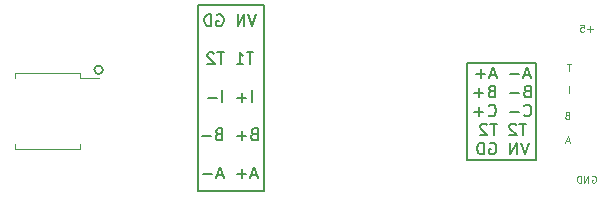
<source format=gbr>
%TF.GenerationSoftware,KiCad,Pcbnew,(6.0.7-1)-1*%
%TF.CreationDate,2022-11-03T17:35:00-04:00*%
%TF.ProjectId,encoder_driver,656e636f-6465-4725-9f64-72697665722e,rev?*%
%TF.SameCoordinates,Original*%
%TF.FileFunction,Legend,Bot*%
%TF.FilePolarity,Positive*%
%FSLAX46Y46*%
G04 Gerber Fmt 4.6, Leading zero omitted, Abs format (unit mm)*
G04 Created by KiCad (PCBNEW (6.0.7-1)-1) date 2022-11-03 17:35:00*
%MOMM*%
%LPD*%
G01*
G04 APERTURE LIST*
%ADD10C,0.150000*%
%ADD11C,0.100000*%
%ADD12C,0.120000*%
G04 APERTURE END LIST*
D10*
X106260555Y-72700000D02*
G75*
G03*
X106260555Y-72700000I-360555J0D01*
G01*
D11*
X145457142Y-78700000D02*
X145742857Y-78700000D01*
X145400000Y-78871428D02*
X145600000Y-78271428D01*
X145800000Y-78871428D01*
X145528571Y-72171428D02*
X145871428Y-72171428D01*
X145700000Y-72771428D02*
X145700000Y-72171428D01*
X147714285Y-69242857D02*
X147257142Y-69242857D01*
X147485714Y-69471428D02*
X147485714Y-69014285D01*
X146685714Y-68871428D02*
X146971428Y-68871428D01*
X147000000Y-69157142D01*
X146971428Y-69128571D01*
X146914285Y-69100000D01*
X146771428Y-69100000D01*
X146714285Y-69128571D01*
X146685714Y-69157142D01*
X146657142Y-69214285D01*
X146657142Y-69357142D01*
X146685714Y-69414285D01*
X146714285Y-69442857D01*
X146771428Y-69471428D01*
X146914285Y-69471428D01*
X146971428Y-69442857D01*
X147000000Y-69414285D01*
X145700000Y-74671428D02*
X145700000Y-74071428D01*
X147657142Y-81700000D02*
X147714285Y-81671428D01*
X147800000Y-81671428D01*
X147885714Y-81700000D01*
X147942857Y-81757142D01*
X147971428Y-81814285D01*
X148000000Y-81928571D01*
X148000000Y-82014285D01*
X147971428Y-82128571D01*
X147942857Y-82185714D01*
X147885714Y-82242857D01*
X147800000Y-82271428D01*
X147742857Y-82271428D01*
X147657142Y-82242857D01*
X147628571Y-82214285D01*
X147628571Y-82014285D01*
X147742857Y-82014285D01*
X147371428Y-82271428D02*
X147371428Y-81671428D01*
X147028571Y-82271428D01*
X147028571Y-81671428D01*
X146742857Y-82271428D02*
X146742857Y-81671428D01*
X146600000Y-81671428D01*
X146514285Y-81700000D01*
X146457142Y-81757142D01*
X146428571Y-81814285D01*
X146400000Y-81928571D01*
X146400000Y-82014285D01*
X146428571Y-82128571D01*
X146457142Y-82185714D01*
X146514285Y-82242857D01*
X146600000Y-82271428D01*
X146742857Y-82271428D01*
X145557142Y-76557142D02*
X145471428Y-76585714D01*
X145442857Y-76614285D01*
X145414285Y-76671428D01*
X145414285Y-76757142D01*
X145442857Y-76814285D01*
X145471428Y-76842857D01*
X145528571Y-76871428D01*
X145757142Y-76871428D01*
X145757142Y-76271428D01*
X145557142Y-76271428D01*
X145500000Y-76300000D01*
X145471428Y-76328571D01*
X145442857Y-76385714D01*
X145442857Y-76442857D01*
X145471428Y-76500000D01*
X145500000Y-76528571D01*
X145557142Y-76557142D01*
X145757142Y-76557142D01*
D10*
X114300000Y-83000000D02*
X119900000Y-83000000D01*
X119900000Y-83000000D02*
X119900000Y-67250000D01*
X119900000Y-67250000D02*
X114300000Y-67250000D01*
X114300000Y-67250000D02*
X114300000Y-83000000D01*
X142900000Y-72100000D02*
X137100000Y-72100000D01*
X137100000Y-72100000D02*
X137100000Y-80300000D01*
X137100000Y-80300000D02*
X142900000Y-80300000D01*
X142900000Y-80300000D02*
X142900000Y-72100000D01*
X142385714Y-73146666D02*
X141909523Y-73146666D01*
X142480952Y-73432380D02*
X142147619Y-72432380D01*
X141814285Y-73432380D01*
X141480952Y-73051428D02*
X140719047Y-73051428D01*
X139528571Y-73146666D02*
X139052380Y-73146666D01*
X139623809Y-73432380D02*
X139290476Y-72432380D01*
X138957142Y-73432380D01*
X138623809Y-73051428D02*
X137861904Y-73051428D01*
X138242857Y-73432380D02*
X138242857Y-72670476D01*
X142147619Y-74518571D02*
X142004761Y-74566190D01*
X141957142Y-74613809D01*
X141909523Y-74709047D01*
X141909523Y-74851904D01*
X141957142Y-74947142D01*
X142004761Y-74994761D01*
X142100000Y-75042380D01*
X142480952Y-75042380D01*
X142480952Y-74042380D01*
X142147619Y-74042380D01*
X142052380Y-74090000D01*
X142004761Y-74137619D01*
X141957142Y-74232857D01*
X141957142Y-74328095D01*
X142004761Y-74423333D01*
X142052380Y-74470952D01*
X142147619Y-74518571D01*
X142480952Y-74518571D01*
X141480952Y-74661428D02*
X140719047Y-74661428D01*
X139147619Y-74518571D02*
X139004761Y-74566190D01*
X138957142Y-74613809D01*
X138909523Y-74709047D01*
X138909523Y-74851904D01*
X138957142Y-74947142D01*
X139004761Y-74994761D01*
X139100000Y-75042380D01*
X139480952Y-75042380D01*
X139480952Y-74042380D01*
X139147619Y-74042380D01*
X139052380Y-74090000D01*
X139004761Y-74137619D01*
X138957142Y-74232857D01*
X138957142Y-74328095D01*
X139004761Y-74423333D01*
X139052380Y-74470952D01*
X139147619Y-74518571D01*
X139480952Y-74518571D01*
X138480952Y-74661428D02*
X137719047Y-74661428D01*
X138100000Y-75042380D02*
X138100000Y-74280476D01*
X141909523Y-76557142D02*
X141957142Y-76604761D01*
X142100000Y-76652380D01*
X142195238Y-76652380D01*
X142338095Y-76604761D01*
X142433333Y-76509523D01*
X142480952Y-76414285D01*
X142528571Y-76223809D01*
X142528571Y-76080952D01*
X142480952Y-75890476D01*
X142433333Y-75795238D01*
X142338095Y-75700000D01*
X142195238Y-75652380D01*
X142100000Y-75652380D01*
X141957142Y-75700000D01*
X141909523Y-75747619D01*
X141480952Y-76271428D02*
X140719047Y-76271428D01*
X138909523Y-76557142D02*
X138957142Y-76604761D01*
X139100000Y-76652380D01*
X139195238Y-76652380D01*
X139338095Y-76604761D01*
X139433333Y-76509523D01*
X139480952Y-76414285D01*
X139528571Y-76223809D01*
X139528571Y-76080952D01*
X139480952Y-75890476D01*
X139433333Y-75795238D01*
X139338095Y-75700000D01*
X139195238Y-75652380D01*
X139100000Y-75652380D01*
X138957142Y-75700000D01*
X138909523Y-75747619D01*
X138480952Y-76271428D02*
X137719047Y-76271428D01*
X138100000Y-76652380D02*
X138100000Y-75890476D01*
X142100000Y-77262380D02*
X141528571Y-77262380D01*
X141814285Y-78262380D02*
X141814285Y-77262380D01*
X141242857Y-77357619D02*
X141195238Y-77310000D01*
X141100000Y-77262380D01*
X140861904Y-77262380D01*
X140766666Y-77310000D01*
X140719047Y-77357619D01*
X140671428Y-77452857D01*
X140671428Y-77548095D01*
X140719047Y-77690952D01*
X141290476Y-78262380D01*
X140671428Y-78262380D01*
X139623809Y-77262380D02*
X139052380Y-77262380D01*
X139338095Y-78262380D02*
X139338095Y-77262380D01*
X138766666Y-77357619D02*
X138719047Y-77310000D01*
X138623809Y-77262380D01*
X138385714Y-77262380D01*
X138290476Y-77310000D01*
X138242857Y-77357619D01*
X138195238Y-77452857D01*
X138195238Y-77548095D01*
X138242857Y-77690952D01*
X138814285Y-78262380D01*
X138195238Y-78262380D01*
X142338095Y-78872380D02*
X142004761Y-79872380D01*
X141671428Y-78872380D01*
X141338095Y-79872380D02*
X141338095Y-78872380D01*
X140766666Y-79872380D01*
X140766666Y-78872380D01*
X139004761Y-78920000D02*
X139100000Y-78872380D01*
X139242857Y-78872380D01*
X139385714Y-78920000D01*
X139480952Y-79015238D01*
X139528571Y-79110476D01*
X139576190Y-79300952D01*
X139576190Y-79443809D01*
X139528571Y-79634285D01*
X139480952Y-79729523D01*
X139385714Y-79824761D01*
X139242857Y-79872380D01*
X139147619Y-79872380D01*
X139004761Y-79824761D01*
X138957142Y-79777142D01*
X138957142Y-79443809D01*
X139147619Y-79443809D01*
X138528571Y-79872380D02*
X138528571Y-78872380D01*
X138290476Y-78872380D01*
X138147619Y-78920000D01*
X138052380Y-79015238D01*
X138004761Y-79110476D01*
X137957142Y-79300952D01*
X137957142Y-79443809D01*
X138004761Y-79634285D01*
X138052380Y-79729523D01*
X138147619Y-79824761D01*
X138290476Y-79872380D01*
X138528571Y-79872380D01*
X119238095Y-68012380D02*
X118904761Y-69012380D01*
X118571428Y-68012380D01*
X118238095Y-69012380D02*
X118238095Y-68012380D01*
X117666666Y-69012380D01*
X117666666Y-68012380D01*
X115904761Y-68060000D02*
X116000000Y-68012380D01*
X116142857Y-68012380D01*
X116285714Y-68060000D01*
X116380952Y-68155238D01*
X116428571Y-68250476D01*
X116476190Y-68440952D01*
X116476190Y-68583809D01*
X116428571Y-68774285D01*
X116380952Y-68869523D01*
X116285714Y-68964761D01*
X116142857Y-69012380D01*
X116047619Y-69012380D01*
X115904761Y-68964761D01*
X115857142Y-68917142D01*
X115857142Y-68583809D01*
X116047619Y-68583809D01*
X115428571Y-69012380D02*
X115428571Y-68012380D01*
X115190476Y-68012380D01*
X115047619Y-68060000D01*
X114952380Y-68155238D01*
X114904761Y-68250476D01*
X114857142Y-68440952D01*
X114857142Y-68583809D01*
X114904761Y-68774285D01*
X114952380Y-68869523D01*
X115047619Y-68964761D01*
X115190476Y-69012380D01*
X115428571Y-69012380D01*
X119000000Y-71232380D02*
X118428571Y-71232380D01*
X118714285Y-72232380D02*
X118714285Y-71232380D01*
X117571428Y-72232380D02*
X118142857Y-72232380D01*
X117857142Y-72232380D02*
X117857142Y-71232380D01*
X117952380Y-71375238D01*
X118047619Y-71470476D01*
X118142857Y-71518095D01*
X116523809Y-71232380D02*
X115952380Y-71232380D01*
X116238095Y-72232380D02*
X116238095Y-71232380D01*
X115666666Y-71327619D02*
X115619047Y-71280000D01*
X115523809Y-71232380D01*
X115285714Y-71232380D01*
X115190476Y-71280000D01*
X115142857Y-71327619D01*
X115095238Y-71422857D01*
X115095238Y-71518095D01*
X115142857Y-71660952D01*
X115714285Y-72232380D01*
X115095238Y-72232380D01*
X118857142Y-75452380D02*
X118857142Y-74452380D01*
X118380952Y-75071428D02*
X117619047Y-75071428D01*
X118000000Y-75452380D02*
X118000000Y-74690476D01*
X116380952Y-75452380D02*
X116380952Y-74452380D01*
X115904761Y-75071428D02*
X115142857Y-75071428D01*
X119047619Y-78148571D02*
X118904761Y-78196190D01*
X118857142Y-78243809D01*
X118809523Y-78339047D01*
X118809523Y-78481904D01*
X118857142Y-78577142D01*
X118904761Y-78624761D01*
X119000000Y-78672380D01*
X119380952Y-78672380D01*
X119380952Y-77672380D01*
X119047619Y-77672380D01*
X118952380Y-77720000D01*
X118904761Y-77767619D01*
X118857142Y-77862857D01*
X118857142Y-77958095D01*
X118904761Y-78053333D01*
X118952380Y-78100952D01*
X119047619Y-78148571D01*
X119380952Y-78148571D01*
X118380952Y-78291428D02*
X117619047Y-78291428D01*
X118000000Y-78672380D02*
X118000000Y-77910476D01*
X116047619Y-78148571D02*
X115904761Y-78196190D01*
X115857142Y-78243809D01*
X115809523Y-78339047D01*
X115809523Y-78481904D01*
X115857142Y-78577142D01*
X115904761Y-78624761D01*
X116000000Y-78672380D01*
X116380952Y-78672380D01*
X116380952Y-77672380D01*
X116047619Y-77672380D01*
X115952380Y-77720000D01*
X115904761Y-77767619D01*
X115857142Y-77862857D01*
X115857142Y-77958095D01*
X115904761Y-78053333D01*
X115952380Y-78100952D01*
X116047619Y-78148571D01*
X116380952Y-78148571D01*
X115380952Y-78291428D02*
X114619047Y-78291428D01*
X119285714Y-81606666D02*
X118809523Y-81606666D01*
X119380952Y-81892380D02*
X119047619Y-80892380D01*
X118714285Y-81892380D01*
X118380952Y-81511428D02*
X117619047Y-81511428D01*
X118000000Y-81892380D02*
X118000000Y-81130476D01*
X116428571Y-81606666D02*
X115952380Y-81606666D01*
X116523809Y-81892380D02*
X116190476Y-80892380D01*
X115857142Y-81892380D01*
X115523809Y-81511428D02*
X114761904Y-81511428D01*
D12*
%TO.C,U1*%
X101600000Y-72990000D02*
X104360000Y-72990000D01*
X98840000Y-72990000D02*
X98840000Y-73415000D01*
X101600000Y-79410000D02*
X104360000Y-79410000D01*
X104360000Y-73415000D02*
X105900000Y-73415000D01*
X98840000Y-79410000D02*
X98840000Y-78985000D01*
X101600000Y-79410000D02*
X98840000Y-79410000D01*
X101600000Y-72990000D02*
X98840000Y-72990000D01*
X104360000Y-72990000D02*
X104360000Y-73415000D01*
X104360000Y-79410000D02*
X104360000Y-78985000D01*
%TD*%
M02*

</source>
